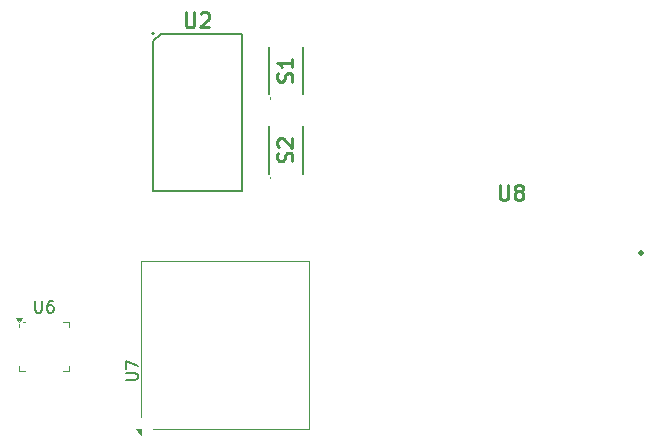
<source format=gbr>
%TF.GenerationSoftware,KiCad,Pcbnew,9.0.4-9.0.4-0~ubuntu24.04.1*%
%TF.CreationDate,2025-08-22T19:02:33+03:00*%
%TF.ProjectId,ThingsCore-1,5468696e-6773-4436-9f72-652d312e6b69,rev?*%
%TF.SameCoordinates,Original*%
%TF.FileFunction,Legend,Top*%
%TF.FilePolarity,Positive*%
%FSLAX46Y46*%
G04 Gerber Fmt 4.6, Leading zero omitted, Abs format (unit mm)*
G04 Created by KiCad (PCBNEW 9.0.4-9.0.4-0~ubuntu24.04.1) date 2025-08-22 19:02:33*
%MOMM*%
%LPD*%
G01*
G04 APERTURE LIST*
%ADD10C,0.254000*%
%ADD11C,0.150000*%
%ADD12C,0.200000*%
%ADD13C,0.120000*%
%ADD14C,0.100000*%
%ADD15C,0.250000*%
G04 APERTURE END LIST*
D10*
X30732380Y-19054318D02*
X30732380Y-20082413D01*
X30732380Y-20082413D02*
X30792857Y-20203365D01*
X30792857Y-20203365D02*
X30853333Y-20263842D01*
X30853333Y-20263842D02*
X30974285Y-20324318D01*
X30974285Y-20324318D02*
X31216190Y-20324318D01*
X31216190Y-20324318D02*
X31337142Y-20263842D01*
X31337142Y-20263842D02*
X31397619Y-20203365D01*
X31397619Y-20203365D02*
X31458095Y-20082413D01*
X31458095Y-20082413D02*
X31458095Y-19054318D01*
X32002380Y-19175270D02*
X32062856Y-19114794D01*
X32062856Y-19114794D02*
X32183809Y-19054318D01*
X32183809Y-19054318D02*
X32486190Y-19054318D01*
X32486190Y-19054318D02*
X32607142Y-19114794D01*
X32607142Y-19114794D02*
X32667618Y-19175270D01*
X32667618Y-19175270D02*
X32728095Y-19296222D01*
X32728095Y-19296222D02*
X32728095Y-19417175D01*
X32728095Y-19417175D02*
X32667618Y-19598603D01*
X32667618Y-19598603D02*
X31941904Y-20324318D01*
X31941904Y-20324318D02*
X32728095Y-20324318D01*
D11*
X25654819Y-50161904D02*
X26464342Y-50161904D01*
X26464342Y-50161904D02*
X26559580Y-50114285D01*
X26559580Y-50114285D02*
X26607200Y-50066666D01*
X26607200Y-50066666D02*
X26654819Y-49971428D01*
X26654819Y-49971428D02*
X26654819Y-49780952D01*
X26654819Y-49780952D02*
X26607200Y-49685714D01*
X26607200Y-49685714D02*
X26559580Y-49638095D01*
X26559580Y-49638095D02*
X26464342Y-49590476D01*
X26464342Y-49590476D02*
X25654819Y-49590476D01*
X25654819Y-49209523D02*
X25654819Y-48542857D01*
X25654819Y-48542857D02*
X26654819Y-48971428D01*
D10*
X39713842Y-31667619D02*
X39774318Y-31486190D01*
X39774318Y-31486190D02*
X39774318Y-31183809D01*
X39774318Y-31183809D02*
X39713842Y-31062857D01*
X39713842Y-31062857D02*
X39653365Y-31002381D01*
X39653365Y-31002381D02*
X39532413Y-30941904D01*
X39532413Y-30941904D02*
X39411461Y-30941904D01*
X39411461Y-30941904D02*
X39290508Y-31002381D01*
X39290508Y-31002381D02*
X39230032Y-31062857D01*
X39230032Y-31062857D02*
X39169556Y-31183809D01*
X39169556Y-31183809D02*
X39109080Y-31425714D01*
X39109080Y-31425714D02*
X39048603Y-31546666D01*
X39048603Y-31546666D02*
X38988127Y-31607143D01*
X38988127Y-31607143D02*
X38867175Y-31667619D01*
X38867175Y-31667619D02*
X38746222Y-31667619D01*
X38746222Y-31667619D02*
X38625270Y-31607143D01*
X38625270Y-31607143D02*
X38564794Y-31546666D01*
X38564794Y-31546666D02*
X38504318Y-31425714D01*
X38504318Y-31425714D02*
X38504318Y-31123333D01*
X38504318Y-31123333D02*
X38564794Y-30941904D01*
X38625270Y-30458095D02*
X38564794Y-30397619D01*
X38564794Y-30397619D02*
X38504318Y-30276666D01*
X38504318Y-30276666D02*
X38504318Y-29974285D01*
X38504318Y-29974285D02*
X38564794Y-29853333D01*
X38564794Y-29853333D02*
X38625270Y-29792857D01*
X38625270Y-29792857D02*
X38746222Y-29732380D01*
X38746222Y-29732380D02*
X38867175Y-29732380D01*
X38867175Y-29732380D02*
X39048603Y-29792857D01*
X39048603Y-29792857D02*
X39774318Y-30518571D01*
X39774318Y-30518571D02*
X39774318Y-29732380D01*
D11*
X17988095Y-43474819D02*
X17988095Y-44284342D01*
X17988095Y-44284342D02*
X18035714Y-44379580D01*
X18035714Y-44379580D02*
X18083333Y-44427200D01*
X18083333Y-44427200D02*
X18178571Y-44474819D01*
X18178571Y-44474819D02*
X18369047Y-44474819D01*
X18369047Y-44474819D02*
X18464285Y-44427200D01*
X18464285Y-44427200D02*
X18511904Y-44379580D01*
X18511904Y-44379580D02*
X18559523Y-44284342D01*
X18559523Y-44284342D02*
X18559523Y-43474819D01*
X19464285Y-43474819D02*
X19273809Y-43474819D01*
X19273809Y-43474819D02*
X19178571Y-43522438D01*
X19178571Y-43522438D02*
X19130952Y-43570057D01*
X19130952Y-43570057D02*
X19035714Y-43712914D01*
X19035714Y-43712914D02*
X18988095Y-43903390D01*
X18988095Y-43903390D02*
X18988095Y-44284342D01*
X18988095Y-44284342D02*
X19035714Y-44379580D01*
X19035714Y-44379580D02*
X19083333Y-44427200D01*
X19083333Y-44427200D02*
X19178571Y-44474819D01*
X19178571Y-44474819D02*
X19369047Y-44474819D01*
X19369047Y-44474819D02*
X19464285Y-44427200D01*
X19464285Y-44427200D02*
X19511904Y-44379580D01*
X19511904Y-44379580D02*
X19559523Y-44284342D01*
X19559523Y-44284342D02*
X19559523Y-44046247D01*
X19559523Y-44046247D02*
X19511904Y-43951009D01*
X19511904Y-43951009D02*
X19464285Y-43903390D01*
X19464285Y-43903390D02*
X19369047Y-43855771D01*
X19369047Y-43855771D02*
X19178571Y-43855771D01*
X19178571Y-43855771D02*
X19083333Y-43903390D01*
X19083333Y-43903390D02*
X19035714Y-43951009D01*
X19035714Y-43951009D02*
X18988095Y-44046247D01*
D10*
X57319880Y-33676818D02*
X57319880Y-34704913D01*
X57319880Y-34704913D02*
X57380357Y-34825865D01*
X57380357Y-34825865D02*
X57440833Y-34886342D01*
X57440833Y-34886342D02*
X57561785Y-34946818D01*
X57561785Y-34946818D02*
X57803690Y-34946818D01*
X57803690Y-34946818D02*
X57924642Y-34886342D01*
X57924642Y-34886342D02*
X57985119Y-34825865D01*
X57985119Y-34825865D02*
X58045595Y-34704913D01*
X58045595Y-34704913D02*
X58045595Y-33676818D01*
X58831785Y-34221103D02*
X58710833Y-34160627D01*
X58710833Y-34160627D02*
X58650356Y-34100151D01*
X58650356Y-34100151D02*
X58589880Y-33979199D01*
X58589880Y-33979199D02*
X58589880Y-33918722D01*
X58589880Y-33918722D02*
X58650356Y-33797770D01*
X58650356Y-33797770D02*
X58710833Y-33737294D01*
X58710833Y-33737294D02*
X58831785Y-33676818D01*
X58831785Y-33676818D02*
X59073690Y-33676818D01*
X59073690Y-33676818D02*
X59194642Y-33737294D01*
X59194642Y-33737294D02*
X59255118Y-33797770D01*
X59255118Y-33797770D02*
X59315595Y-33918722D01*
X59315595Y-33918722D02*
X59315595Y-33979199D01*
X59315595Y-33979199D02*
X59255118Y-34100151D01*
X59255118Y-34100151D02*
X59194642Y-34160627D01*
X59194642Y-34160627D02*
X59073690Y-34221103D01*
X59073690Y-34221103D02*
X58831785Y-34221103D01*
X58831785Y-34221103D02*
X58710833Y-34281580D01*
X58710833Y-34281580D02*
X58650356Y-34342056D01*
X58650356Y-34342056D02*
X58589880Y-34463008D01*
X58589880Y-34463008D02*
X58589880Y-34704913D01*
X58589880Y-34704913D02*
X58650356Y-34825865D01*
X58650356Y-34825865D02*
X58710833Y-34886342D01*
X58710833Y-34886342D02*
X58831785Y-34946818D01*
X58831785Y-34946818D02*
X59073690Y-34946818D01*
X59073690Y-34946818D02*
X59194642Y-34886342D01*
X59194642Y-34886342D02*
X59255118Y-34825865D01*
X59255118Y-34825865D02*
X59315595Y-34704913D01*
X59315595Y-34704913D02*
X59315595Y-34463008D01*
X59315595Y-34463008D02*
X59255118Y-34342056D01*
X59255118Y-34342056D02*
X59194642Y-34281580D01*
X59194642Y-34281580D02*
X59073690Y-34221103D01*
X39713842Y-24917619D02*
X39774318Y-24736190D01*
X39774318Y-24736190D02*
X39774318Y-24433809D01*
X39774318Y-24433809D02*
X39713842Y-24312857D01*
X39713842Y-24312857D02*
X39653365Y-24252381D01*
X39653365Y-24252381D02*
X39532413Y-24191904D01*
X39532413Y-24191904D02*
X39411461Y-24191904D01*
X39411461Y-24191904D02*
X39290508Y-24252381D01*
X39290508Y-24252381D02*
X39230032Y-24312857D01*
X39230032Y-24312857D02*
X39169556Y-24433809D01*
X39169556Y-24433809D02*
X39109080Y-24675714D01*
X39109080Y-24675714D02*
X39048603Y-24796666D01*
X39048603Y-24796666D02*
X38988127Y-24857143D01*
X38988127Y-24857143D02*
X38867175Y-24917619D01*
X38867175Y-24917619D02*
X38746222Y-24917619D01*
X38746222Y-24917619D02*
X38625270Y-24857143D01*
X38625270Y-24857143D02*
X38564794Y-24796666D01*
X38564794Y-24796666D02*
X38504318Y-24675714D01*
X38504318Y-24675714D02*
X38504318Y-24373333D01*
X38504318Y-24373333D02*
X38564794Y-24191904D01*
X39774318Y-22982380D02*
X39774318Y-23708095D01*
X39774318Y-23345238D02*
X38504318Y-23345238D01*
X38504318Y-23345238D02*
X38685746Y-23466190D01*
X38685746Y-23466190D02*
X38806699Y-23587142D01*
X38806699Y-23587142D02*
X38867175Y-23708095D01*
D12*
%TO.C,U2*%
X27975000Y-21500000D02*
X28625000Y-20850000D01*
X27975000Y-34150000D02*
X27975000Y-21500000D01*
X28625000Y-20850000D02*
X35525000Y-20850000D01*
X35525000Y-20850000D02*
X35525000Y-34150000D01*
X35525000Y-34150000D02*
X27975000Y-34150000D01*
X28075000Y-20850000D02*
G75*
G02*
X27875000Y-20850000I-100000J0D01*
G01*
X27875000Y-20850000D02*
G75*
G02*
X28075000Y-20850000I100000J0D01*
G01*
D13*
%TO.C,U7*%
X26990000Y-40090000D02*
X41210000Y-40090000D01*
X26990000Y-53310000D02*
X26990000Y-40090000D01*
X41210000Y-40090000D02*
X41210000Y-54310000D01*
X41210000Y-54310000D02*
X27990000Y-54310000D01*
X26990000Y-54810000D02*
X26490000Y-54310000D01*
X26990000Y-54310000D01*
X26990000Y-54810000D01*
G36*
X26990000Y-54810000D02*
G01*
X26490000Y-54310000D01*
X26990000Y-54310000D01*
X26990000Y-54810000D01*
G37*
D12*
%TO.C,S2*%
X37750000Y-32700000D02*
X37750000Y-28700000D01*
D14*
X37900000Y-33000000D02*
X37900000Y-33000000D01*
X37900000Y-33100000D02*
X37900000Y-33100000D01*
D12*
X40650000Y-32700000D02*
X40650000Y-28700000D01*
D14*
X37900000Y-33000000D02*
G75*
G02*
X37900000Y-33100000I0J-50000D01*
G01*
X37900000Y-33100000D02*
G75*
G02*
X37900000Y-33000000I0J50000D01*
G01*
D13*
%TO.C,U6*%
X16640000Y-45715000D02*
X16640000Y-45480000D01*
X16640000Y-49460000D02*
X16640000Y-48985000D01*
X17115000Y-45240000D02*
X16940000Y-45240000D01*
X17115000Y-49460000D02*
X16640000Y-49460000D01*
X20385000Y-45240000D02*
X20860000Y-45240000D01*
X20385000Y-49460000D02*
X20860000Y-49460000D01*
X20860000Y-45240000D02*
X20860000Y-45715000D01*
X20860000Y-49460000D02*
X20860000Y-48985000D01*
X16640000Y-45240000D02*
X16400000Y-44910000D01*
X16880000Y-44910000D01*
X16640000Y-45240000D01*
G36*
X16640000Y-45240000D02*
G01*
X16400000Y-44910000D01*
X16880000Y-44910000D01*
X16640000Y-45240000D01*
G37*
D15*
%TO.C,U8*%
X69400000Y-39430000D02*
G75*
G02*
X69150000Y-39430000I-125000J0D01*
G01*
X69150000Y-39430000D02*
G75*
G02*
X69400000Y-39430000I125000J0D01*
G01*
D12*
%TO.C,S1*%
X37750000Y-25950000D02*
X37750000Y-21950000D01*
D14*
X37900000Y-26250000D02*
X37900000Y-26250000D01*
X37900000Y-26350000D02*
X37900000Y-26350000D01*
D12*
X40650000Y-25950000D02*
X40650000Y-21950000D01*
D14*
X37900000Y-26250000D02*
G75*
G02*
X37900000Y-26350000I0J-50000D01*
G01*
X37900000Y-26350000D02*
G75*
G02*
X37900000Y-26250000I0J50000D01*
G01*
%TD*%
M02*

</source>
